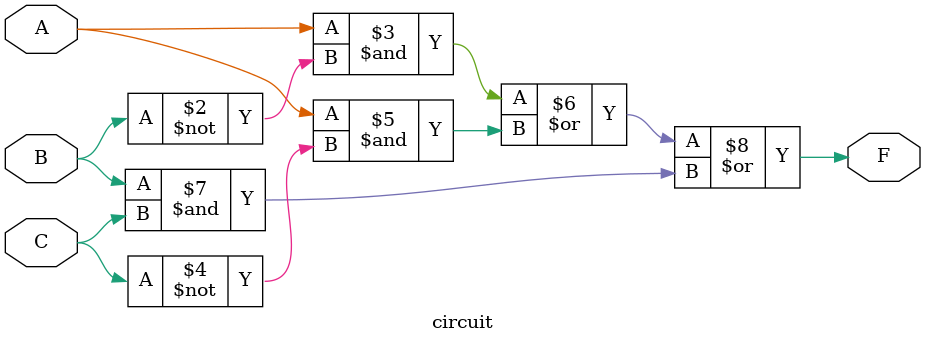
<source format=v>
module circuit(A,B,C,F);
    input A,B,C;
    output reg F;

    always@(A,B,C) begin;
        F=A&~B|A&~C|B&C;
    end
    
endmodule
</source>
